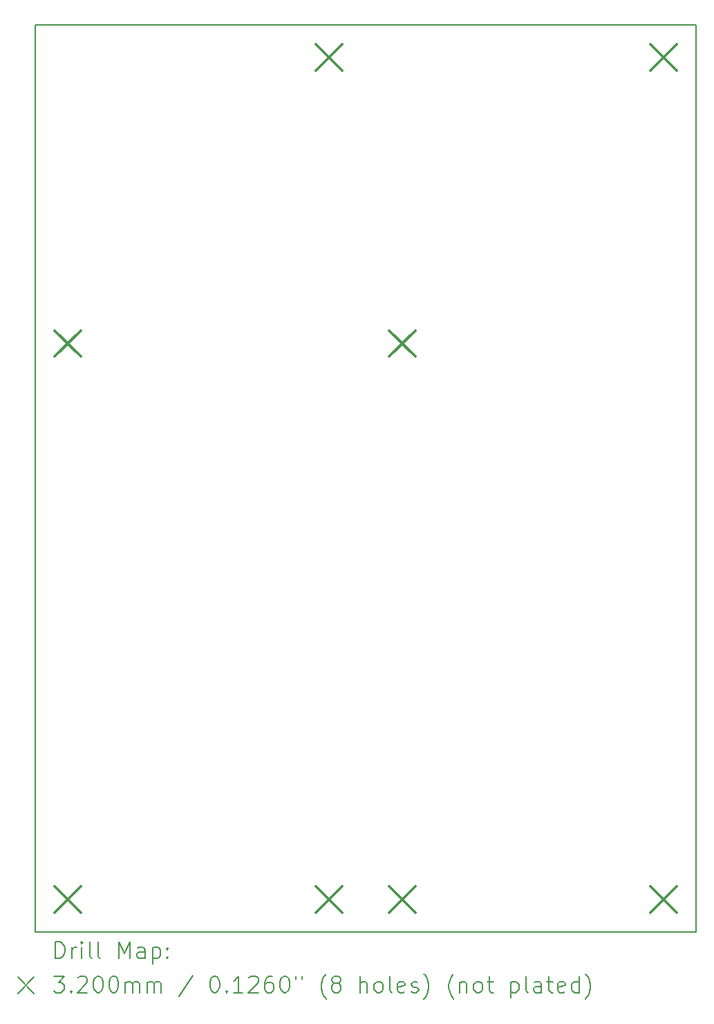
<source format=gbr>
%TF.GenerationSoftware,KiCad,Pcbnew,8.0.2-1*%
%TF.CreationDate,2024-05-10T10:15:01+02:00*%
%TF.ProjectId,scribble,73637269-6262-46c6-952e-6b696361645f,rev?*%
%TF.SameCoordinates,Original*%
%TF.FileFunction,Drillmap*%
%TF.FilePolarity,Positive*%
%FSLAX45Y45*%
G04 Gerber Fmt 4.5, Leading zero omitted, Abs format (unit mm)*
G04 Created by KiCad (PCBNEW 8.0.2-1) date 2024-05-10 10:15:01*
%MOMM*%
%LPD*%
G01*
G04 APERTURE LIST*
%ADD10C,0.200000*%
%ADD11C,0.320000*%
G04 APERTURE END LIST*
D10*
X5000000Y-5000000D02*
X13100000Y-5000000D01*
X13100000Y-16100000D01*
X5000000Y-16100000D01*
X5000000Y-5000000D01*
D11*
X5240000Y-8740000D02*
X5560000Y-9060000D01*
X5560000Y-8740000D02*
X5240000Y-9060000D01*
X5240000Y-15540000D02*
X5560000Y-15860000D01*
X5560000Y-15540000D02*
X5240000Y-15860000D01*
X8440000Y-5240000D02*
X8760000Y-5560000D01*
X8760000Y-5240000D02*
X8440000Y-5560000D01*
X8440000Y-15540000D02*
X8760000Y-15860000D01*
X8760000Y-15540000D02*
X8440000Y-15860000D01*
X9340000Y-8740000D02*
X9660000Y-9060000D01*
X9660000Y-8740000D02*
X9340000Y-9060000D01*
X9340000Y-15540000D02*
X9660000Y-15860000D01*
X9660000Y-15540000D02*
X9340000Y-15860000D01*
X12540000Y-5240000D02*
X12860000Y-5560000D01*
X12860000Y-5240000D02*
X12540000Y-5560000D01*
X12540000Y-15540000D02*
X12860000Y-15860000D01*
X12860000Y-15540000D02*
X12540000Y-15860000D01*
D10*
X5250777Y-16421484D02*
X5250777Y-16221484D01*
X5250777Y-16221484D02*
X5298396Y-16221484D01*
X5298396Y-16221484D02*
X5326967Y-16231008D01*
X5326967Y-16231008D02*
X5346015Y-16250055D01*
X5346015Y-16250055D02*
X5355539Y-16269103D01*
X5355539Y-16269103D02*
X5365063Y-16307198D01*
X5365063Y-16307198D02*
X5365063Y-16335769D01*
X5365063Y-16335769D02*
X5355539Y-16373865D01*
X5355539Y-16373865D02*
X5346015Y-16392912D01*
X5346015Y-16392912D02*
X5326967Y-16411960D01*
X5326967Y-16411960D02*
X5298396Y-16421484D01*
X5298396Y-16421484D02*
X5250777Y-16421484D01*
X5450777Y-16421484D02*
X5450777Y-16288150D01*
X5450777Y-16326246D02*
X5460301Y-16307198D01*
X5460301Y-16307198D02*
X5469824Y-16297674D01*
X5469824Y-16297674D02*
X5488872Y-16288150D01*
X5488872Y-16288150D02*
X5507920Y-16288150D01*
X5574586Y-16421484D02*
X5574586Y-16288150D01*
X5574586Y-16221484D02*
X5565063Y-16231008D01*
X5565063Y-16231008D02*
X5574586Y-16240531D01*
X5574586Y-16240531D02*
X5584110Y-16231008D01*
X5584110Y-16231008D02*
X5574586Y-16221484D01*
X5574586Y-16221484D02*
X5574586Y-16240531D01*
X5698396Y-16421484D02*
X5679348Y-16411960D01*
X5679348Y-16411960D02*
X5669824Y-16392912D01*
X5669824Y-16392912D02*
X5669824Y-16221484D01*
X5803158Y-16421484D02*
X5784110Y-16411960D01*
X5784110Y-16411960D02*
X5774586Y-16392912D01*
X5774586Y-16392912D02*
X5774586Y-16221484D01*
X6031729Y-16421484D02*
X6031729Y-16221484D01*
X6031729Y-16221484D02*
X6098396Y-16364341D01*
X6098396Y-16364341D02*
X6165062Y-16221484D01*
X6165062Y-16221484D02*
X6165062Y-16421484D01*
X6346015Y-16421484D02*
X6346015Y-16316722D01*
X6346015Y-16316722D02*
X6336491Y-16297674D01*
X6336491Y-16297674D02*
X6317443Y-16288150D01*
X6317443Y-16288150D02*
X6279348Y-16288150D01*
X6279348Y-16288150D02*
X6260301Y-16297674D01*
X6346015Y-16411960D02*
X6326967Y-16421484D01*
X6326967Y-16421484D02*
X6279348Y-16421484D01*
X6279348Y-16421484D02*
X6260301Y-16411960D01*
X6260301Y-16411960D02*
X6250777Y-16392912D01*
X6250777Y-16392912D02*
X6250777Y-16373865D01*
X6250777Y-16373865D02*
X6260301Y-16354817D01*
X6260301Y-16354817D02*
X6279348Y-16345293D01*
X6279348Y-16345293D02*
X6326967Y-16345293D01*
X6326967Y-16345293D02*
X6346015Y-16335769D01*
X6441253Y-16288150D02*
X6441253Y-16488150D01*
X6441253Y-16297674D02*
X6460301Y-16288150D01*
X6460301Y-16288150D02*
X6498396Y-16288150D01*
X6498396Y-16288150D02*
X6517443Y-16297674D01*
X6517443Y-16297674D02*
X6526967Y-16307198D01*
X6526967Y-16307198D02*
X6536491Y-16326246D01*
X6536491Y-16326246D02*
X6536491Y-16383388D01*
X6536491Y-16383388D02*
X6526967Y-16402436D01*
X6526967Y-16402436D02*
X6517443Y-16411960D01*
X6517443Y-16411960D02*
X6498396Y-16421484D01*
X6498396Y-16421484D02*
X6460301Y-16421484D01*
X6460301Y-16421484D02*
X6441253Y-16411960D01*
X6622205Y-16402436D02*
X6631729Y-16411960D01*
X6631729Y-16411960D02*
X6622205Y-16421484D01*
X6622205Y-16421484D02*
X6612682Y-16411960D01*
X6612682Y-16411960D02*
X6622205Y-16402436D01*
X6622205Y-16402436D02*
X6622205Y-16421484D01*
X6622205Y-16297674D02*
X6631729Y-16307198D01*
X6631729Y-16307198D02*
X6622205Y-16316722D01*
X6622205Y-16316722D02*
X6612682Y-16307198D01*
X6612682Y-16307198D02*
X6622205Y-16297674D01*
X6622205Y-16297674D02*
X6622205Y-16316722D01*
X4790000Y-16650000D02*
X4990000Y-16850000D01*
X4990000Y-16650000D02*
X4790000Y-16850000D01*
X5231729Y-16641484D02*
X5355539Y-16641484D01*
X5355539Y-16641484D02*
X5288872Y-16717674D01*
X5288872Y-16717674D02*
X5317444Y-16717674D01*
X5317444Y-16717674D02*
X5336491Y-16727198D01*
X5336491Y-16727198D02*
X5346015Y-16736722D01*
X5346015Y-16736722D02*
X5355539Y-16755769D01*
X5355539Y-16755769D02*
X5355539Y-16803389D01*
X5355539Y-16803389D02*
X5346015Y-16822436D01*
X5346015Y-16822436D02*
X5336491Y-16831960D01*
X5336491Y-16831960D02*
X5317444Y-16841484D01*
X5317444Y-16841484D02*
X5260301Y-16841484D01*
X5260301Y-16841484D02*
X5241253Y-16831960D01*
X5241253Y-16831960D02*
X5231729Y-16822436D01*
X5441253Y-16822436D02*
X5450777Y-16831960D01*
X5450777Y-16831960D02*
X5441253Y-16841484D01*
X5441253Y-16841484D02*
X5431729Y-16831960D01*
X5431729Y-16831960D02*
X5441253Y-16822436D01*
X5441253Y-16822436D02*
X5441253Y-16841484D01*
X5526967Y-16660531D02*
X5536491Y-16651008D01*
X5536491Y-16651008D02*
X5555539Y-16641484D01*
X5555539Y-16641484D02*
X5603158Y-16641484D01*
X5603158Y-16641484D02*
X5622205Y-16651008D01*
X5622205Y-16651008D02*
X5631729Y-16660531D01*
X5631729Y-16660531D02*
X5641253Y-16679579D01*
X5641253Y-16679579D02*
X5641253Y-16698627D01*
X5641253Y-16698627D02*
X5631729Y-16727198D01*
X5631729Y-16727198D02*
X5517444Y-16841484D01*
X5517444Y-16841484D02*
X5641253Y-16841484D01*
X5765062Y-16641484D02*
X5784110Y-16641484D01*
X5784110Y-16641484D02*
X5803158Y-16651008D01*
X5803158Y-16651008D02*
X5812682Y-16660531D01*
X5812682Y-16660531D02*
X5822205Y-16679579D01*
X5822205Y-16679579D02*
X5831729Y-16717674D01*
X5831729Y-16717674D02*
X5831729Y-16765293D01*
X5831729Y-16765293D02*
X5822205Y-16803389D01*
X5822205Y-16803389D02*
X5812682Y-16822436D01*
X5812682Y-16822436D02*
X5803158Y-16831960D01*
X5803158Y-16831960D02*
X5784110Y-16841484D01*
X5784110Y-16841484D02*
X5765062Y-16841484D01*
X5765062Y-16841484D02*
X5746015Y-16831960D01*
X5746015Y-16831960D02*
X5736491Y-16822436D01*
X5736491Y-16822436D02*
X5726967Y-16803389D01*
X5726967Y-16803389D02*
X5717443Y-16765293D01*
X5717443Y-16765293D02*
X5717443Y-16717674D01*
X5717443Y-16717674D02*
X5726967Y-16679579D01*
X5726967Y-16679579D02*
X5736491Y-16660531D01*
X5736491Y-16660531D02*
X5746015Y-16651008D01*
X5746015Y-16651008D02*
X5765062Y-16641484D01*
X5955539Y-16641484D02*
X5974586Y-16641484D01*
X5974586Y-16641484D02*
X5993634Y-16651008D01*
X5993634Y-16651008D02*
X6003158Y-16660531D01*
X6003158Y-16660531D02*
X6012682Y-16679579D01*
X6012682Y-16679579D02*
X6022205Y-16717674D01*
X6022205Y-16717674D02*
X6022205Y-16765293D01*
X6022205Y-16765293D02*
X6012682Y-16803389D01*
X6012682Y-16803389D02*
X6003158Y-16822436D01*
X6003158Y-16822436D02*
X5993634Y-16831960D01*
X5993634Y-16831960D02*
X5974586Y-16841484D01*
X5974586Y-16841484D02*
X5955539Y-16841484D01*
X5955539Y-16841484D02*
X5936491Y-16831960D01*
X5936491Y-16831960D02*
X5926967Y-16822436D01*
X5926967Y-16822436D02*
X5917443Y-16803389D01*
X5917443Y-16803389D02*
X5907920Y-16765293D01*
X5907920Y-16765293D02*
X5907920Y-16717674D01*
X5907920Y-16717674D02*
X5917443Y-16679579D01*
X5917443Y-16679579D02*
X5926967Y-16660531D01*
X5926967Y-16660531D02*
X5936491Y-16651008D01*
X5936491Y-16651008D02*
X5955539Y-16641484D01*
X6107920Y-16841484D02*
X6107920Y-16708150D01*
X6107920Y-16727198D02*
X6117443Y-16717674D01*
X6117443Y-16717674D02*
X6136491Y-16708150D01*
X6136491Y-16708150D02*
X6165063Y-16708150D01*
X6165063Y-16708150D02*
X6184110Y-16717674D01*
X6184110Y-16717674D02*
X6193634Y-16736722D01*
X6193634Y-16736722D02*
X6193634Y-16841484D01*
X6193634Y-16736722D02*
X6203158Y-16717674D01*
X6203158Y-16717674D02*
X6222205Y-16708150D01*
X6222205Y-16708150D02*
X6250777Y-16708150D01*
X6250777Y-16708150D02*
X6269824Y-16717674D01*
X6269824Y-16717674D02*
X6279348Y-16736722D01*
X6279348Y-16736722D02*
X6279348Y-16841484D01*
X6374586Y-16841484D02*
X6374586Y-16708150D01*
X6374586Y-16727198D02*
X6384110Y-16717674D01*
X6384110Y-16717674D02*
X6403158Y-16708150D01*
X6403158Y-16708150D02*
X6431729Y-16708150D01*
X6431729Y-16708150D02*
X6450777Y-16717674D01*
X6450777Y-16717674D02*
X6460301Y-16736722D01*
X6460301Y-16736722D02*
X6460301Y-16841484D01*
X6460301Y-16736722D02*
X6469824Y-16717674D01*
X6469824Y-16717674D02*
X6488872Y-16708150D01*
X6488872Y-16708150D02*
X6517443Y-16708150D01*
X6517443Y-16708150D02*
X6536491Y-16717674D01*
X6536491Y-16717674D02*
X6546015Y-16736722D01*
X6546015Y-16736722D02*
X6546015Y-16841484D01*
X6936491Y-16631960D02*
X6765063Y-16889103D01*
X7193634Y-16641484D02*
X7212682Y-16641484D01*
X7212682Y-16641484D02*
X7231729Y-16651008D01*
X7231729Y-16651008D02*
X7241253Y-16660531D01*
X7241253Y-16660531D02*
X7250777Y-16679579D01*
X7250777Y-16679579D02*
X7260301Y-16717674D01*
X7260301Y-16717674D02*
X7260301Y-16765293D01*
X7260301Y-16765293D02*
X7250777Y-16803389D01*
X7250777Y-16803389D02*
X7241253Y-16822436D01*
X7241253Y-16822436D02*
X7231729Y-16831960D01*
X7231729Y-16831960D02*
X7212682Y-16841484D01*
X7212682Y-16841484D02*
X7193634Y-16841484D01*
X7193634Y-16841484D02*
X7174586Y-16831960D01*
X7174586Y-16831960D02*
X7165063Y-16822436D01*
X7165063Y-16822436D02*
X7155539Y-16803389D01*
X7155539Y-16803389D02*
X7146015Y-16765293D01*
X7146015Y-16765293D02*
X7146015Y-16717674D01*
X7146015Y-16717674D02*
X7155539Y-16679579D01*
X7155539Y-16679579D02*
X7165063Y-16660531D01*
X7165063Y-16660531D02*
X7174586Y-16651008D01*
X7174586Y-16651008D02*
X7193634Y-16641484D01*
X7346015Y-16822436D02*
X7355539Y-16831960D01*
X7355539Y-16831960D02*
X7346015Y-16841484D01*
X7346015Y-16841484D02*
X7336491Y-16831960D01*
X7336491Y-16831960D02*
X7346015Y-16822436D01*
X7346015Y-16822436D02*
X7346015Y-16841484D01*
X7546015Y-16841484D02*
X7431729Y-16841484D01*
X7488872Y-16841484D02*
X7488872Y-16641484D01*
X7488872Y-16641484D02*
X7469825Y-16670055D01*
X7469825Y-16670055D02*
X7450777Y-16689103D01*
X7450777Y-16689103D02*
X7431729Y-16698627D01*
X7622206Y-16660531D02*
X7631729Y-16651008D01*
X7631729Y-16651008D02*
X7650777Y-16641484D01*
X7650777Y-16641484D02*
X7698396Y-16641484D01*
X7698396Y-16641484D02*
X7717444Y-16651008D01*
X7717444Y-16651008D02*
X7726967Y-16660531D01*
X7726967Y-16660531D02*
X7736491Y-16679579D01*
X7736491Y-16679579D02*
X7736491Y-16698627D01*
X7736491Y-16698627D02*
X7726967Y-16727198D01*
X7726967Y-16727198D02*
X7612682Y-16841484D01*
X7612682Y-16841484D02*
X7736491Y-16841484D01*
X7907920Y-16641484D02*
X7869825Y-16641484D01*
X7869825Y-16641484D02*
X7850777Y-16651008D01*
X7850777Y-16651008D02*
X7841253Y-16660531D01*
X7841253Y-16660531D02*
X7822206Y-16689103D01*
X7822206Y-16689103D02*
X7812682Y-16727198D01*
X7812682Y-16727198D02*
X7812682Y-16803389D01*
X7812682Y-16803389D02*
X7822206Y-16822436D01*
X7822206Y-16822436D02*
X7831729Y-16831960D01*
X7831729Y-16831960D02*
X7850777Y-16841484D01*
X7850777Y-16841484D02*
X7888872Y-16841484D01*
X7888872Y-16841484D02*
X7907920Y-16831960D01*
X7907920Y-16831960D02*
X7917444Y-16822436D01*
X7917444Y-16822436D02*
X7926967Y-16803389D01*
X7926967Y-16803389D02*
X7926967Y-16755769D01*
X7926967Y-16755769D02*
X7917444Y-16736722D01*
X7917444Y-16736722D02*
X7907920Y-16727198D01*
X7907920Y-16727198D02*
X7888872Y-16717674D01*
X7888872Y-16717674D02*
X7850777Y-16717674D01*
X7850777Y-16717674D02*
X7831729Y-16727198D01*
X7831729Y-16727198D02*
X7822206Y-16736722D01*
X7822206Y-16736722D02*
X7812682Y-16755769D01*
X8050777Y-16641484D02*
X8069825Y-16641484D01*
X8069825Y-16641484D02*
X8088872Y-16651008D01*
X8088872Y-16651008D02*
X8098396Y-16660531D01*
X8098396Y-16660531D02*
X8107920Y-16679579D01*
X8107920Y-16679579D02*
X8117444Y-16717674D01*
X8117444Y-16717674D02*
X8117444Y-16765293D01*
X8117444Y-16765293D02*
X8107920Y-16803389D01*
X8107920Y-16803389D02*
X8098396Y-16822436D01*
X8098396Y-16822436D02*
X8088872Y-16831960D01*
X8088872Y-16831960D02*
X8069825Y-16841484D01*
X8069825Y-16841484D02*
X8050777Y-16841484D01*
X8050777Y-16841484D02*
X8031729Y-16831960D01*
X8031729Y-16831960D02*
X8022206Y-16822436D01*
X8022206Y-16822436D02*
X8012682Y-16803389D01*
X8012682Y-16803389D02*
X8003158Y-16765293D01*
X8003158Y-16765293D02*
X8003158Y-16717674D01*
X8003158Y-16717674D02*
X8012682Y-16679579D01*
X8012682Y-16679579D02*
X8022206Y-16660531D01*
X8022206Y-16660531D02*
X8031729Y-16651008D01*
X8031729Y-16651008D02*
X8050777Y-16641484D01*
X8193634Y-16641484D02*
X8193634Y-16679579D01*
X8269825Y-16641484D02*
X8269825Y-16679579D01*
X8565063Y-16917674D02*
X8555539Y-16908150D01*
X8555539Y-16908150D02*
X8536491Y-16879579D01*
X8536491Y-16879579D02*
X8526968Y-16860531D01*
X8526968Y-16860531D02*
X8517444Y-16831960D01*
X8517444Y-16831960D02*
X8507920Y-16784341D01*
X8507920Y-16784341D02*
X8507920Y-16746246D01*
X8507920Y-16746246D02*
X8517444Y-16698627D01*
X8517444Y-16698627D02*
X8526968Y-16670055D01*
X8526968Y-16670055D02*
X8536491Y-16651008D01*
X8536491Y-16651008D02*
X8555539Y-16622436D01*
X8555539Y-16622436D02*
X8565063Y-16612912D01*
X8669825Y-16727198D02*
X8650777Y-16717674D01*
X8650777Y-16717674D02*
X8641253Y-16708150D01*
X8641253Y-16708150D02*
X8631730Y-16689103D01*
X8631730Y-16689103D02*
X8631730Y-16679579D01*
X8631730Y-16679579D02*
X8641253Y-16660531D01*
X8641253Y-16660531D02*
X8650777Y-16651008D01*
X8650777Y-16651008D02*
X8669825Y-16641484D01*
X8669825Y-16641484D02*
X8707920Y-16641484D01*
X8707920Y-16641484D02*
X8726968Y-16651008D01*
X8726968Y-16651008D02*
X8736491Y-16660531D01*
X8736491Y-16660531D02*
X8746015Y-16679579D01*
X8746015Y-16679579D02*
X8746015Y-16689103D01*
X8746015Y-16689103D02*
X8736491Y-16708150D01*
X8736491Y-16708150D02*
X8726968Y-16717674D01*
X8726968Y-16717674D02*
X8707920Y-16727198D01*
X8707920Y-16727198D02*
X8669825Y-16727198D01*
X8669825Y-16727198D02*
X8650777Y-16736722D01*
X8650777Y-16736722D02*
X8641253Y-16746246D01*
X8641253Y-16746246D02*
X8631730Y-16765293D01*
X8631730Y-16765293D02*
X8631730Y-16803389D01*
X8631730Y-16803389D02*
X8641253Y-16822436D01*
X8641253Y-16822436D02*
X8650777Y-16831960D01*
X8650777Y-16831960D02*
X8669825Y-16841484D01*
X8669825Y-16841484D02*
X8707920Y-16841484D01*
X8707920Y-16841484D02*
X8726968Y-16831960D01*
X8726968Y-16831960D02*
X8736491Y-16822436D01*
X8736491Y-16822436D02*
X8746015Y-16803389D01*
X8746015Y-16803389D02*
X8746015Y-16765293D01*
X8746015Y-16765293D02*
X8736491Y-16746246D01*
X8736491Y-16746246D02*
X8726968Y-16736722D01*
X8726968Y-16736722D02*
X8707920Y-16727198D01*
X8984111Y-16841484D02*
X8984111Y-16641484D01*
X9069825Y-16841484D02*
X9069825Y-16736722D01*
X9069825Y-16736722D02*
X9060301Y-16717674D01*
X9060301Y-16717674D02*
X9041253Y-16708150D01*
X9041253Y-16708150D02*
X9012682Y-16708150D01*
X9012682Y-16708150D02*
X8993634Y-16717674D01*
X8993634Y-16717674D02*
X8984111Y-16727198D01*
X9193634Y-16841484D02*
X9174587Y-16831960D01*
X9174587Y-16831960D02*
X9165063Y-16822436D01*
X9165063Y-16822436D02*
X9155539Y-16803389D01*
X9155539Y-16803389D02*
X9155539Y-16746246D01*
X9155539Y-16746246D02*
X9165063Y-16727198D01*
X9165063Y-16727198D02*
X9174587Y-16717674D01*
X9174587Y-16717674D02*
X9193634Y-16708150D01*
X9193634Y-16708150D02*
X9222206Y-16708150D01*
X9222206Y-16708150D02*
X9241253Y-16717674D01*
X9241253Y-16717674D02*
X9250777Y-16727198D01*
X9250777Y-16727198D02*
X9260301Y-16746246D01*
X9260301Y-16746246D02*
X9260301Y-16803389D01*
X9260301Y-16803389D02*
X9250777Y-16822436D01*
X9250777Y-16822436D02*
X9241253Y-16831960D01*
X9241253Y-16831960D02*
X9222206Y-16841484D01*
X9222206Y-16841484D02*
X9193634Y-16841484D01*
X9374587Y-16841484D02*
X9355539Y-16831960D01*
X9355539Y-16831960D02*
X9346015Y-16812912D01*
X9346015Y-16812912D02*
X9346015Y-16641484D01*
X9526968Y-16831960D02*
X9507920Y-16841484D01*
X9507920Y-16841484D02*
X9469825Y-16841484D01*
X9469825Y-16841484D02*
X9450777Y-16831960D01*
X9450777Y-16831960D02*
X9441253Y-16812912D01*
X9441253Y-16812912D02*
X9441253Y-16736722D01*
X9441253Y-16736722D02*
X9450777Y-16717674D01*
X9450777Y-16717674D02*
X9469825Y-16708150D01*
X9469825Y-16708150D02*
X9507920Y-16708150D01*
X9507920Y-16708150D02*
X9526968Y-16717674D01*
X9526968Y-16717674D02*
X9536492Y-16736722D01*
X9536492Y-16736722D02*
X9536492Y-16755769D01*
X9536492Y-16755769D02*
X9441253Y-16774817D01*
X9612682Y-16831960D02*
X9631730Y-16841484D01*
X9631730Y-16841484D02*
X9669825Y-16841484D01*
X9669825Y-16841484D02*
X9688873Y-16831960D01*
X9688873Y-16831960D02*
X9698396Y-16812912D01*
X9698396Y-16812912D02*
X9698396Y-16803389D01*
X9698396Y-16803389D02*
X9688873Y-16784341D01*
X9688873Y-16784341D02*
X9669825Y-16774817D01*
X9669825Y-16774817D02*
X9641253Y-16774817D01*
X9641253Y-16774817D02*
X9622206Y-16765293D01*
X9622206Y-16765293D02*
X9612682Y-16746246D01*
X9612682Y-16746246D02*
X9612682Y-16736722D01*
X9612682Y-16736722D02*
X9622206Y-16717674D01*
X9622206Y-16717674D02*
X9641253Y-16708150D01*
X9641253Y-16708150D02*
X9669825Y-16708150D01*
X9669825Y-16708150D02*
X9688873Y-16717674D01*
X9765063Y-16917674D02*
X9774587Y-16908150D01*
X9774587Y-16908150D02*
X9793634Y-16879579D01*
X9793634Y-16879579D02*
X9803158Y-16860531D01*
X9803158Y-16860531D02*
X9812682Y-16831960D01*
X9812682Y-16831960D02*
X9822206Y-16784341D01*
X9822206Y-16784341D02*
X9822206Y-16746246D01*
X9822206Y-16746246D02*
X9812682Y-16698627D01*
X9812682Y-16698627D02*
X9803158Y-16670055D01*
X9803158Y-16670055D02*
X9793634Y-16651008D01*
X9793634Y-16651008D02*
X9774587Y-16622436D01*
X9774587Y-16622436D02*
X9765063Y-16612912D01*
X10126968Y-16917674D02*
X10117444Y-16908150D01*
X10117444Y-16908150D02*
X10098396Y-16879579D01*
X10098396Y-16879579D02*
X10088873Y-16860531D01*
X10088873Y-16860531D02*
X10079349Y-16831960D01*
X10079349Y-16831960D02*
X10069825Y-16784341D01*
X10069825Y-16784341D02*
X10069825Y-16746246D01*
X10069825Y-16746246D02*
X10079349Y-16698627D01*
X10079349Y-16698627D02*
X10088873Y-16670055D01*
X10088873Y-16670055D02*
X10098396Y-16651008D01*
X10098396Y-16651008D02*
X10117444Y-16622436D01*
X10117444Y-16622436D02*
X10126968Y-16612912D01*
X10203158Y-16708150D02*
X10203158Y-16841484D01*
X10203158Y-16727198D02*
X10212682Y-16717674D01*
X10212682Y-16717674D02*
X10231730Y-16708150D01*
X10231730Y-16708150D02*
X10260301Y-16708150D01*
X10260301Y-16708150D02*
X10279349Y-16717674D01*
X10279349Y-16717674D02*
X10288873Y-16736722D01*
X10288873Y-16736722D02*
X10288873Y-16841484D01*
X10412682Y-16841484D02*
X10393634Y-16831960D01*
X10393634Y-16831960D02*
X10384111Y-16822436D01*
X10384111Y-16822436D02*
X10374587Y-16803389D01*
X10374587Y-16803389D02*
X10374587Y-16746246D01*
X10374587Y-16746246D02*
X10384111Y-16727198D01*
X10384111Y-16727198D02*
X10393634Y-16717674D01*
X10393634Y-16717674D02*
X10412682Y-16708150D01*
X10412682Y-16708150D02*
X10441254Y-16708150D01*
X10441254Y-16708150D02*
X10460301Y-16717674D01*
X10460301Y-16717674D02*
X10469825Y-16727198D01*
X10469825Y-16727198D02*
X10479349Y-16746246D01*
X10479349Y-16746246D02*
X10479349Y-16803389D01*
X10479349Y-16803389D02*
X10469825Y-16822436D01*
X10469825Y-16822436D02*
X10460301Y-16831960D01*
X10460301Y-16831960D02*
X10441254Y-16841484D01*
X10441254Y-16841484D02*
X10412682Y-16841484D01*
X10536492Y-16708150D02*
X10612682Y-16708150D01*
X10565063Y-16641484D02*
X10565063Y-16812912D01*
X10565063Y-16812912D02*
X10574587Y-16831960D01*
X10574587Y-16831960D02*
X10593634Y-16841484D01*
X10593634Y-16841484D02*
X10612682Y-16841484D01*
X10831730Y-16708150D02*
X10831730Y-16908150D01*
X10831730Y-16717674D02*
X10850777Y-16708150D01*
X10850777Y-16708150D02*
X10888873Y-16708150D01*
X10888873Y-16708150D02*
X10907920Y-16717674D01*
X10907920Y-16717674D02*
X10917444Y-16727198D01*
X10917444Y-16727198D02*
X10926968Y-16746246D01*
X10926968Y-16746246D02*
X10926968Y-16803389D01*
X10926968Y-16803389D02*
X10917444Y-16822436D01*
X10917444Y-16822436D02*
X10907920Y-16831960D01*
X10907920Y-16831960D02*
X10888873Y-16841484D01*
X10888873Y-16841484D02*
X10850777Y-16841484D01*
X10850777Y-16841484D02*
X10831730Y-16831960D01*
X11041254Y-16841484D02*
X11022206Y-16831960D01*
X11022206Y-16831960D02*
X11012682Y-16812912D01*
X11012682Y-16812912D02*
X11012682Y-16641484D01*
X11203158Y-16841484D02*
X11203158Y-16736722D01*
X11203158Y-16736722D02*
X11193634Y-16717674D01*
X11193634Y-16717674D02*
X11174587Y-16708150D01*
X11174587Y-16708150D02*
X11136492Y-16708150D01*
X11136492Y-16708150D02*
X11117444Y-16717674D01*
X11203158Y-16831960D02*
X11184111Y-16841484D01*
X11184111Y-16841484D02*
X11136492Y-16841484D01*
X11136492Y-16841484D02*
X11117444Y-16831960D01*
X11117444Y-16831960D02*
X11107920Y-16812912D01*
X11107920Y-16812912D02*
X11107920Y-16793865D01*
X11107920Y-16793865D02*
X11117444Y-16774817D01*
X11117444Y-16774817D02*
X11136492Y-16765293D01*
X11136492Y-16765293D02*
X11184111Y-16765293D01*
X11184111Y-16765293D02*
X11203158Y-16755769D01*
X11269825Y-16708150D02*
X11346015Y-16708150D01*
X11298396Y-16641484D02*
X11298396Y-16812912D01*
X11298396Y-16812912D02*
X11307920Y-16831960D01*
X11307920Y-16831960D02*
X11326968Y-16841484D01*
X11326968Y-16841484D02*
X11346015Y-16841484D01*
X11488873Y-16831960D02*
X11469825Y-16841484D01*
X11469825Y-16841484D02*
X11431730Y-16841484D01*
X11431730Y-16841484D02*
X11412682Y-16831960D01*
X11412682Y-16831960D02*
X11403158Y-16812912D01*
X11403158Y-16812912D02*
X11403158Y-16736722D01*
X11403158Y-16736722D02*
X11412682Y-16717674D01*
X11412682Y-16717674D02*
X11431730Y-16708150D01*
X11431730Y-16708150D02*
X11469825Y-16708150D01*
X11469825Y-16708150D02*
X11488873Y-16717674D01*
X11488873Y-16717674D02*
X11498396Y-16736722D01*
X11498396Y-16736722D02*
X11498396Y-16755769D01*
X11498396Y-16755769D02*
X11403158Y-16774817D01*
X11669825Y-16841484D02*
X11669825Y-16641484D01*
X11669825Y-16831960D02*
X11650777Y-16841484D01*
X11650777Y-16841484D02*
X11612682Y-16841484D01*
X11612682Y-16841484D02*
X11593634Y-16831960D01*
X11593634Y-16831960D02*
X11584111Y-16822436D01*
X11584111Y-16822436D02*
X11574587Y-16803389D01*
X11574587Y-16803389D02*
X11574587Y-16746246D01*
X11574587Y-16746246D02*
X11584111Y-16727198D01*
X11584111Y-16727198D02*
X11593634Y-16717674D01*
X11593634Y-16717674D02*
X11612682Y-16708150D01*
X11612682Y-16708150D02*
X11650777Y-16708150D01*
X11650777Y-16708150D02*
X11669825Y-16717674D01*
X11746015Y-16917674D02*
X11755539Y-16908150D01*
X11755539Y-16908150D02*
X11774587Y-16879579D01*
X11774587Y-16879579D02*
X11784111Y-16860531D01*
X11784111Y-16860531D02*
X11793634Y-16831960D01*
X11793634Y-16831960D02*
X11803158Y-16784341D01*
X11803158Y-16784341D02*
X11803158Y-16746246D01*
X11803158Y-16746246D02*
X11793634Y-16698627D01*
X11793634Y-16698627D02*
X11784111Y-16670055D01*
X11784111Y-16670055D02*
X11774587Y-16651008D01*
X11774587Y-16651008D02*
X11755539Y-16622436D01*
X11755539Y-16622436D02*
X11746015Y-16612912D01*
M02*

</source>
